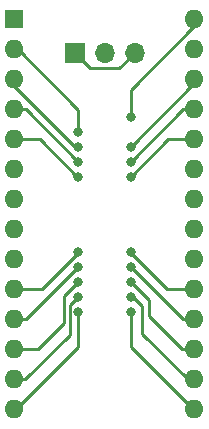
<source format=gbr>
%TF.GenerationSoftware,KiCad,Pcbnew,(6.0.11)*%
%TF.CreationDate,2024-01-03T21:36:34+00:00*%
%TF.ProjectId,BBCB-SWRAM-32,42424342-2d53-4575-9241-4d2d33322e6b,rev?*%
%TF.SameCoordinates,Original*%
%TF.FileFunction,Copper,L2,Bot*%
%TF.FilePolarity,Positive*%
%FSLAX46Y46*%
G04 Gerber Fmt 4.6, Leading zero omitted, Abs format (unit mm)*
G04 Created by KiCad (PCBNEW (6.0.11)) date 2024-01-03 21:36:34*
%MOMM*%
%LPD*%
G01*
G04 APERTURE LIST*
%TA.AperFunction,ComponentPad*%
%ADD10R,1.700000X1.700000*%
%TD*%
%TA.AperFunction,ComponentPad*%
%ADD11O,1.700000X1.700000*%
%TD*%
%TA.AperFunction,ComponentPad*%
%ADD12R,1.600000X1.600000*%
%TD*%
%TA.AperFunction,ComponentPad*%
%ADD13O,1.600000X1.600000*%
%TD*%
%TA.AperFunction,ViaPad*%
%ADD14C,0.800000*%
%TD*%
%TA.AperFunction,Conductor*%
%ADD15C,0.250000*%
%TD*%
G04 APERTURE END LIST*
D10*
%TO.P,J1,1,Pin_1*%
%TO.N,/WE#*%
X157610000Y-60115000D03*
D11*
%TO.P,J1,2,Pin_2*%
%TO.N,/A14*%
X160150000Y-60115000D03*
%TO.P,J1,3,Pin_3*%
%TO.N,/WE#*%
X162690000Y-60115000D03*
%TD*%
D12*
%TO.P,U1,1,A14*%
%TO.N,unconnected-(U1-Pad1)*%
X152510000Y-57276000D03*
D13*
%TO.P,U1,2,A12*%
%TO.N,/A12*%
X152510000Y-59816000D03*
%TO.P,U1,3,A7*%
%TO.N,/A7*%
X152510000Y-62356000D03*
%TO.P,U1,4,A6*%
%TO.N,/A6*%
X152510000Y-64896000D03*
%TO.P,U1,5,A5*%
%TO.N,/A5*%
X152510000Y-67436000D03*
%TO.P,U1,6,A4*%
%TO.N,/A4*%
X152510000Y-69976000D03*
%TO.P,U1,7,A3*%
%TO.N,/A3*%
X152510000Y-72516000D03*
%TO.P,U1,8,A2*%
%TO.N,/A2*%
X152510000Y-75056000D03*
%TO.P,U1,9,A1*%
%TO.N,/A1*%
X152510000Y-77596000D03*
%TO.P,U1,10,A0*%
%TO.N,/A0*%
X152510000Y-80136000D03*
%TO.P,U1,11,DQ0*%
%TO.N,/DQ0*%
X152510000Y-82676000D03*
%TO.P,U1,12,DQ1*%
%TO.N,/DQ1*%
X152510000Y-85216000D03*
%TO.P,U1,13,DQ2*%
%TO.N,/DQ2*%
X152510000Y-87756000D03*
%TO.P,U1,14,VSS*%
%TO.N,/VSS*%
X152510000Y-90296000D03*
%TO.P,U1,15,DQ3*%
%TO.N,/DQ3*%
X167750000Y-90296000D03*
%TO.P,U1,16,DQ4*%
%TO.N,/DQ4*%
X167750000Y-87756000D03*
%TO.P,U1,17,DQ5*%
%TO.N,/DQ5*%
X167750000Y-85216000D03*
%TO.P,U1,18,DQ6*%
%TO.N,/DQ6*%
X167750000Y-82676000D03*
%TO.P,U1,19,DQ7*%
%TO.N,/DQ7*%
X167750000Y-80136000D03*
%TO.P,U1,20,CE#*%
%TO.N,/CE#*%
X167750000Y-77596000D03*
%TO.P,U1,21,A10*%
%TO.N,/A10*%
X167750000Y-75056000D03*
%TO.P,U1,22,OE#*%
%TO.N,/0E#*%
X167750000Y-72516000D03*
%TO.P,U1,23,A11*%
%TO.N,/A11*%
X167750000Y-69976000D03*
%TO.P,U1,24,A9*%
%TO.N,/A9*%
X167750000Y-67436000D03*
%TO.P,U1,25,A8*%
%TO.N,/A8*%
X167750000Y-64896000D03*
%TO.P,U1,26,A13*%
%TO.N,/A13*%
X167750000Y-62356000D03*
%TO.P,U1,27,WE#*%
%TO.N,unconnected-(U1-Pad27)*%
X167750000Y-59816000D03*
%TO.P,U1,28,VCC*%
%TO.N,/VCC*%
X167750000Y-57276000D03*
%TD*%
D14*
%TO.N,/A12*%
X157920000Y-66791000D03*
%TO.N,/A7*%
X157920000Y-68061000D03*
%TO.N,/A6*%
X157920000Y-69331000D03*
%TO.N,/A5*%
X157920000Y-70601000D03*
%TO.N,/A0*%
X157920000Y-76951000D03*
%TO.N,/DQ0*%
X157920000Y-78221000D03*
%TO.N,/DQ1*%
X157920000Y-79491000D03*
%TO.N,/DQ2*%
X157920000Y-80761000D03*
%TO.N,/VSS*%
X157920000Y-82031000D03*
%TO.N,/DQ3*%
X162360000Y-82031000D03*
%TO.N,/DQ4*%
X162360000Y-80761000D03*
%TO.N,/DQ5*%
X162360000Y-79491000D03*
%TO.N,/DQ6*%
X162360000Y-78221000D03*
%TO.N,/DQ7*%
X162360000Y-76951000D03*
%TO.N,/A9*%
X162360000Y-70601000D03*
%TO.N,/A8*%
X162360000Y-69331000D03*
%TO.N,/A13*%
X162360000Y-68061000D03*
%TO.N,/VCC*%
X162360000Y-65521000D03*
%TD*%
D15*
%TO.N,/A12*%
X152510000Y-59816000D02*
X152806000Y-59816000D01*
X157920000Y-64930000D02*
X157920000Y-66791000D01*
X152806000Y-59816000D02*
X157920000Y-64930000D01*
%TO.N,/A7*%
X157641000Y-68061000D02*
X157920000Y-68061000D01*
X152510000Y-62356000D02*
X152510000Y-62930000D01*
X152510000Y-62930000D02*
X157641000Y-68061000D01*
%TO.N,/A6*%
X153485000Y-64896000D02*
X157920000Y-69331000D01*
X152510000Y-64896000D02*
X153485000Y-64896000D01*
%TO.N,/A5*%
X157841000Y-70601000D02*
X157920000Y-70601000D01*
X152510000Y-67436000D02*
X154676000Y-67436000D01*
X154676000Y-67436000D02*
X157841000Y-70601000D01*
%TO.N,/A0*%
X157920000Y-76951000D02*
X157920000Y-77040000D01*
X157920000Y-77040000D02*
X154880000Y-80080000D01*
X154880000Y-80080000D02*
X152566000Y-80080000D01*
X152566000Y-80080000D02*
X152510000Y-80136000D01*
%TO.N,/DQ0*%
X157920000Y-78221000D02*
X153465000Y-82676000D01*
X153465000Y-82676000D02*
X152510000Y-82676000D01*
%TO.N,/DQ1*%
X156690000Y-82990000D02*
X154464000Y-85216000D01*
X154464000Y-85216000D02*
X152510000Y-85216000D01*
X156690000Y-80721000D02*
X156690000Y-82990000D01*
X157920000Y-79491000D02*
X156690000Y-80721000D01*
%TO.N,/DQ2*%
X157190000Y-83970000D02*
X153404000Y-87756000D01*
X153404000Y-87756000D02*
X152510000Y-87756000D01*
X157920000Y-80761000D02*
X157190000Y-81491000D01*
X157190000Y-81491000D02*
X157190000Y-83970000D01*
%TO.N,/VSS*%
X157920000Y-85050000D02*
X152674000Y-90296000D01*
X152674000Y-90296000D02*
X152510000Y-90296000D01*
X157920000Y-82031000D02*
X157920000Y-85050000D01*
%TO.N,/DQ3*%
X167750000Y-90296000D02*
X167616000Y-90296000D01*
X167616000Y-90296000D02*
X162360000Y-85040000D01*
X162360000Y-85040000D02*
X162360000Y-82031000D01*
%TO.N,/DQ4*%
X163350000Y-81570000D02*
X162541000Y-80761000D01*
X167750000Y-87756000D02*
X167166000Y-87756000D01*
X167166000Y-87756000D02*
X163350000Y-83940000D01*
X162541000Y-80761000D02*
X162360000Y-80761000D01*
X163350000Y-83940000D02*
X163350000Y-81570000D01*
%TO.N,/DQ5*%
X163890000Y-81010000D02*
X162371000Y-79491000D01*
X163890000Y-82420000D02*
X163890000Y-81010000D01*
X162371000Y-79491000D02*
X162360000Y-79491000D01*
X167750000Y-85216000D02*
X166686000Y-85216000D01*
X166686000Y-85216000D02*
X163890000Y-82420000D01*
%TO.N,/DQ6*%
X167750000Y-82676000D02*
X166815000Y-82676000D01*
X166815000Y-82676000D02*
X162360000Y-78221000D01*
%TO.N,/DQ7*%
X165426000Y-80136000D02*
X162360000Y-77070000D01*
X167750000Y-80136000D02*
X165426000Y-80136000D01*
X162360000Y-77070000D02*
X162360000Y-76951000D01*
%TO.N,/A9*%
X167750000Y-67436000D02*
X165525000Y-67436000D01*
X165525000Y-67436000D02*
X162360000Y-70601000D01*
%TO.N,/A8*%
X166795000Y-64896000D02*
X162360000Y-69331000D01*
X167750000Y-64896000D02*
X166795000Y-64896000D01*
%TO.N,/A13*%
X167750000Y-62671000D02*
X162360000Y-68061000D01*
X167750000Y-62356000D02*
X167750000Y-62671000D01*
%TO.N,/VCC*%
X167750000Y-57840000D02*
X162360000Y-63230000D01*
X167750000Y-57276000D02*
X167750000Y-57840000D01*
X162360000Y-63230000D02*
X162360000Y-65521000D01*
%TO.N,/WE#*%
X157610000Y-60115000D02*
X158895000Y-61400000D01*
X161405000Y-61400000D02*
X162690000Y-60115000D01*
X158895000Y-61400000D02*
X161405000Y-61400000D01*
%TD*%
M02*

</source>
